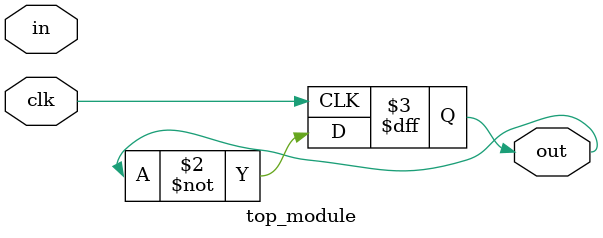
<source format=sv>
module top_module (
    input clk,
    input in,
    output reg out
);

   always @(posedge clk)
   begin
      out <= ~out;
   end

endmodule

</source>
